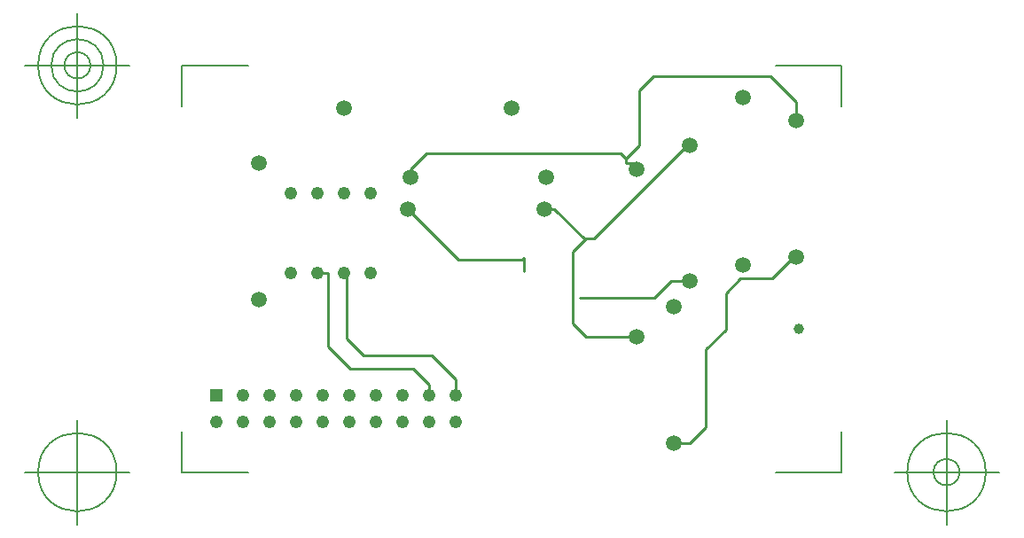
<source format=gbr>
G04 Generated by Ultiboard 14.2 *
%FSLAX24Y24*%
%MOIN*%

%ADD10C,0.0001*%
%ADD11C,0.0100*%
%ADD12C,0.0050*%
%ADD13C,0.0394*%
%ADD14C,0.0490*%
%ADD15R,0.0490X0.0490*%
%ADD16C,0.0591*%


G04 ColorRGB 00FF00 for the following layer *
%LNCopper Top*%
%LPD*%
G54D10*
G54D11*
X12200Y17800D02*
X14100Y15900D01*
X16487Y15900D01*
X16537Y15950D01*
X16537Y15450D01*
X12282Y19000D02*
X12282Y19282D01*
X22200Y9000D02*
X22800Y9000D01*
X23400Y9600D01*
X23400Y12513D01*
X24137Y13250D01*
X24137Y14637D01*
X24700Y15200D01*
X25900Y15200D01*
X26700Y16000D01*
X22800Y15082D02*
X22082Y15082D01*
X21450Y14450D01*
X18663Y14450D01*
X18900Y13000D02*
X20800Y13000D01*
X25818Y22800D02*
X26800Y21818D01*
X21429Y22800D02*
X25818Y22800D01*
X26800Y21818D02*
X26800Y21118D01*
X18850Y16650D02*
X17700Y17800D01*
X17318Y17800D01*
X13000Y10800D02*
X13000Y11200D01*
X9200Y15400D02*
X8800Y15400D01*
X13000Y11200D02*
X12400Y11800D01*
X10029Y11800D02*
X9200Y12629D01*
X12400Y11800D02*
X10029Y11800D01*
X9200Y12629D02*
X9200Y15400D01*
X22700Y20200D02*
X19200Y16700D01*
X18900Y16700D01*
X22700Y20200D02*
X22800Y20200D01*
X13100Y12300D02*
X10529Y12300D01*
X14000Y10800D02*
X14000Y11400D01*
X13100Y12300D01*
X9900Y15371D02*
X9871Y15400D01*
X10529Y12300D02*
X9900Y12929D01*
X9871Y15400D02*
X9800Y15400D01*
X9900Y12929D02*
X9900Y15371D01*
X18400Y16200D02*
X18400Y13500D01*
X18900Y13000D01*
X18900Y16700D02*
X18400Y16200D01*
X12282Y19282D02*
X12900Y19900D01*
X20400Y19700D02*
X20400Y19529D01*
X12900Y19900D02*
X20200Y19900D01*
X20400Y19700D01*
X20900Y22271D02*
X20900Y20200D01*
X20400Y19700D01*
X21429Y22800D02*
X20900Y22271D01*
X20400Y19529D02*
X20570Y19529D01*
X20800Y19299D01*
G54D12*
X3697Y7900D02*
X3697Y9430D01*
X3697Y7900D02*
X6178Y7900D01*
X28500Y7900D02*
X26020Y7900D01*
X28500Y7900D02*
X28500Y9430D01*
X28500Y23200D02*
X28500Y21670D01*
X28500Y23200D02*
X26020Y23200D01*
X3697Y23200D02*
X6178Y23200D01*
X3697Y23200D02*
X3697Y21670D01*
X1729Y7900D02*
X-2208Y7900D01*
X-240Y5931D02*
X-240Y9869D01*
X-1716Y7900D02*
G75*
D01*
G02X-1716Y7900I1476J0*
G01*
X30469Y7900D02*
X34406Y7900D01*
X32437Y5931D02*
X32437Y9869D01*
X30961Y7900D02*
G75*
D01*
G02X30961Y7900I1476J0*
G01*
X31945Y7900D02*
G75*
D01*
G02X31945Y7900I492J0*
G01*
X1729Y23200D02*
X-2208Y23200D01*
X-240Y21231D02*
X-240Y25169D01*
X-1716Y23200D02*
G75*
D01*
G02X-1716Y23200I1476J0*
G01*
X-1224Y23200D02*
G75*
D01*
G02X-1224Y23200I984J0*
G01*
X-732Y23200D02*
G75*
D01*
G02X-732Y23200I492J0*
G01*
G54D13*
X26900Y13300D03*
G54D14*
X6000Y10800D03*
X7000Y10800D03*
X8000Y10800D03*
X9000Y10800D03*
X10000Y10800D03*
X11000Y10800D03*
X12000Y10800D03*
X13000Y10800D03*
X14000Y10800D03*
X5000Y9800D03*
X6000Y9800D03*
X7000Y9800D03*
X8000Y9800D03*
X9000Y9800D03*
X10000Y9800D03*
X11000Y9800D03*
X12000Y9800D03*
X13000Y9800D03*
X14000Y9800D03*
X7800Y15400D03*
X7800Y18400D03*
X8800Y15400D03*
X10800Y15400D03*
X9800Y15400D03*
X10800Y18400D03*
X8800Y18400D03*
X9800Y18400D03*
G54D15*
X5000Y10800D03*
G54D16*
X17318Y17800D03*
X12200Y17800D03*
X16099Y21600D03*
X9800Y21600D03*
X6600Y19518D03*
X6600Y14400D03*
X24800Y15701D03*
X24800Y22000D03*
X22800Y15082D03*
X22800Y20200D03*
X26800Y21118D03*
X26800Y16000D03*
X22200Y14118D03*
X22200Y9000D03*
X20800Y19299D03*
X20800Y13000D03*
X12282Y19000D03*
X17400Y19000D03*

M02*

</source>
